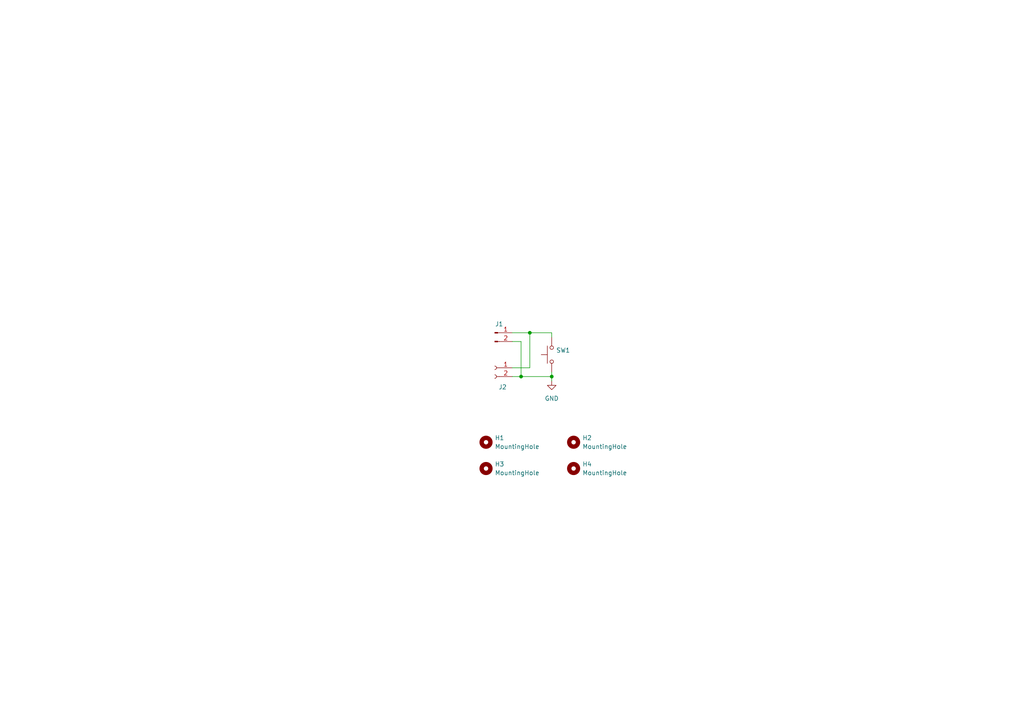
<source format=kicad_sch>
(kicad_sch (version 20231120) (generator "eeschema") (generator_version "8.0")
  (paper "A4")
  (lib_symbols
    (symbol "Connector:Conn_01x02_Pin" (pin_names (offset 1.016) hide)
      (property "Reference" "J" (at 0 2.54 0))
      (property "Value" "Conn_01x02_Pin" (at 0 -5.08 0))
      (symbol "Conn_01x02_Pin_1_1"
        (polyline (pts (xy 1.27 -2.54) (xy 0.8636 -2.54)) (stroke (width 0.1524)))
        (polyline (pts (xy 1.27 0) (xy 0.8636 0)) (stroke (width 0.1524)))
        (rectangle (start 0.8636 -2.413) (end 0 -2.667) (stroke (width 0.1524)) (fill (type outline)))
        (rectangle (start 0.8636 0.127) (end 0 -0.127) (stroke (width 0.1524)) (fill (type outline)))
        (pin passive line (at 5.08 0 180) (length 3.81) (name "Pin_1") (number "1"))
        (pin passive line (at 5.08 -2.54 180) (length 3.81) (name "Pin_2") (number "2"))
      )
    )
    (symbol "Connector:Conn_01x02_Socket" (pin_names (offset 1.016) hide)
      (property "Reference" "J" (at 0 2.54 0))
      (property "Value" "Conn_01x02_Socket" (at 0 -5.08 0))
      (symbol "Conn_01x02_Socket_1_1"
        (arc (start 0 -2.032) (mid -0.5058 -2.54) (end 0 -3.048) (stroke (width 0.1524)))
        (polyline (pts (xy -1.27 -2.54) (xy -0.508 -2.54)) (stroke (width 0.1524)))
        (polyline (pts (xy -1.27 0) (xy -0.508 0)) (stroke (width 0.1524)))
        (arc (start 0 0.508) (mid -0.5058 0) (end 0 -0.508) (stroke (width 0.1524)))
        (pin passive line (at -5.08 0 0) (length 3.81) (name "Pin_1") (number "1"))
        (pin passive line (at -5.08 -2.54 0) (length 3.81) (name "Pin_2") (number "2"))
      )
    )
    (symbol "Mechanical:MountingHole" (pin_names (offset 1.016)) (exclude_from_sim yes) (in_bom no)
      (property "Reference" "H" (at 0 5.08 0))
      (property "Value" "MountingHole" (at 0 3.175 0))
      (symbol "MountingHole_0_1"
        (circle (center 0 0) (radius 1.27) (stroke (width 1.27)))
      )
    )
    (symbol "Switch:SW_Push" (pin_numbers hide) (pin_names (offset 1.016) hide)
      (property "Reference" "SW" (at 1.27 2.54 0))
      (property "Value" "SW_Push" (at 0 -1.524 0))
      (symbol "SW_Push_0_1"
        (circle (center -2.032 0) (radius 0.508))
        (polyline (pts (xy 0 1.27) (xy 0 3.048)))
        (polyline (pts (xy 2.54 1.27) (xy -2.54 1.27)))
        (circle (center 2.032 0) (radius 0.508))
        (pin passive line (at -5.08 0 0) (length 2.54) (name "1") (number "1"))
        (pin passive line (at 5.08 0 180) (length 2.54) (name "2") (number "2"))
      )
    )
    (symbol "power:GND" (power) (pin_numbers hide) (pin_names (offset 0) hide)
      (property "Value" "GND" (at 0 -3.81 0))
      (symbol "GND_0_1"
        (polyline (pts (xy 0 0) (xy 0 -1.27) (xy 1.27 -1.27) (xy 0 -2.54) (xy -1.27 -1.27) (xy 0 -1.27)))
      )
      (symbol "GND_1_1"
        (pin power_in line (at 0 0 270) (length 0) (name "~") (number "1"))
      )
    )
  )
  (junction (at 151.13 109.22))
  (junction (at 160.02 109.22))
  (junction (at 153.67 96.52))
  (wire (pts (xy 148.59 109.22) (xy 151.13 109.22)))
  (wire (pts (xy 151.13 109.22) (xy 160.02 109.22)))
  (wire (pts (xy 160.02 96.52) (xy 160.02 97.79)))
  (wire (pts (xy 148.59 96.52) (xy 153.67 96.52)))
  (wire (pts (xy 148.59 106.68) (xy 153.67 106.68)))
  (wire (pts (xy 160.02 107.95) (xy 160.02 109.22)))
  (wire (pts (xy 153.67 96.52) (xy 160.02 96.52)))
  (wire (pts (xy 153.67 106.68) (xy 153.67 96.52)))
  (wire (pts (xy 160.02 109.22) (xy 160.02 110.49)))
  (wire (pts (xy 148.59 99.06) (xy 151.13 99.06)))
  (wire (pts (xy 151.13 99.06) (xy 151.13 109.22)))
  (symbol (lib_id "Connector:Conn_01x02_Pin") (at 143.51 96.52 0) (unit 1)
    (property "Reference" "J1" (at 144.78 93.98 0))
    (property "Footprint" "Connector_PinHeader_2.54mm:PinHeader_1x02_P2.54mm_Vertical" (effects (hide yes)))
    (property "Description" "Generic connector, single row, 01x02, script generated" (effects (hide yes)))
  )
  (symbol (lib_id "Mechanical:MountingHole") (at 166.37 135.89 0) (unit 1) (exclude_from_sim yes) (in_bom no)
    (property "Reference" "H4" (at 168.91 134.6199 0) (effects (justify left)))
    (property "Value" "MountingHole" (at 168.91 137.1599 0) (effects (justify left)))
    (property "Footprint" "MountingHole:MountingHole_3.2mm_M3" (effects (hide yes)))
    (property "Description" "Mounting Hole without connection" (effects (hide yes)))
  )
  (symbol (lib_id "Mechanical:MountingHole") (at 140.97 135.89 0) (unit 1) (exclude_from_sim yes) (in_bom no)
    (property "Reference" "H3" (at 143.51 134.6199 0) (effects (justify left)))
    (property "Value" "MountingHole" (at 143.51 137.1599 0) (effects (justify left)))
    (property "Footprint" "MountingHole:MountingHole_3.2mm_M3" (effects (hide yes)))
    (property "Description" "Mounting Hole without connection" (effects (hide yes)))
  )
  (symbol (lib_id "power:GND") (at 160.02 110.49 0) (unit 1)
    (property "Reference" "#PWR01" (effects (hide yes)))
    (property "Value" "GND" (at 160.02 115.57 0))
    (property "Description" "Power symbol creates a global label with name \"GND\" , ground" (effects (hide yes)))
  )
  (symbol (lib_id "Mechanical:MountingHole") (at 140.97 128.27 0) (unit 1) (exclude_from_sim yes) (in_bom no)
    (property "Reference" "H1" (at 143.51 126.9999 0) (effects (justify left)))
    (property "Value" "MountingHole" (at 143.51 129.5399 0) (effects (justify left)))
    (property "Footprint" "MountingHole:MountingHole_3.2mm_M3" (effects (hide yes)))
    (property "Description" "Mounting Hole without connection" (effects (hide yes)))
  )
  (symbol (lib_id "Mechanical:MountingHole") (at 166.37 128.27 0) (unit 1) (exclude_from_sim yes) (in_bom no)
    (property "Reference" "H2" (at 168.91 126.9999 0) (effects (justify left)))
    (property "Value" "MountingHole" (at 168.91 129.5399 0) (effects (justify left)))
    (property "Footprint" "MountingHole:MountingHole_3.2mm_M3" (effects (hide yes)))
    (property "Description" "Mounting Hole without connection" (effects (hide yes)))
  )
  (symbol (lib_id "Switch:SW_Push") (at 160.02 102.87 90) (unit 1)
    (property "Reference" "SW1" (at 161.29 101.5999 90) (effects (justify right)))
    (property "Footprint" "Button_Switch_THT:SW_PUSH-12mm" (effects (hide yes)))
    (property "Description" "Push button switch, generic, two pins" (effects (hide yes)))
    (property "LCSC" "C5377619" (effects (hide yes)))
  )
  (symbol (lib_id "Connector:Conn_01x02_Socket") (at 143.51 106.68 0) (mirror y) (unit 1)
    (property "Reference" "J2" (at 145.796 112.268 0))
    (property "Value" "Conn_01x02_Socket" (effects (hide yes)))
    (property "Footprint" "Connector_JST:JST_EH_S2B-EH_1x02_P2.50mm_Horizontal" (effects (hide yes)))
    (property "Description" "Generic connector, single row, 01x02, script generated" (effects (hide yes)))
  )
)
</source>
